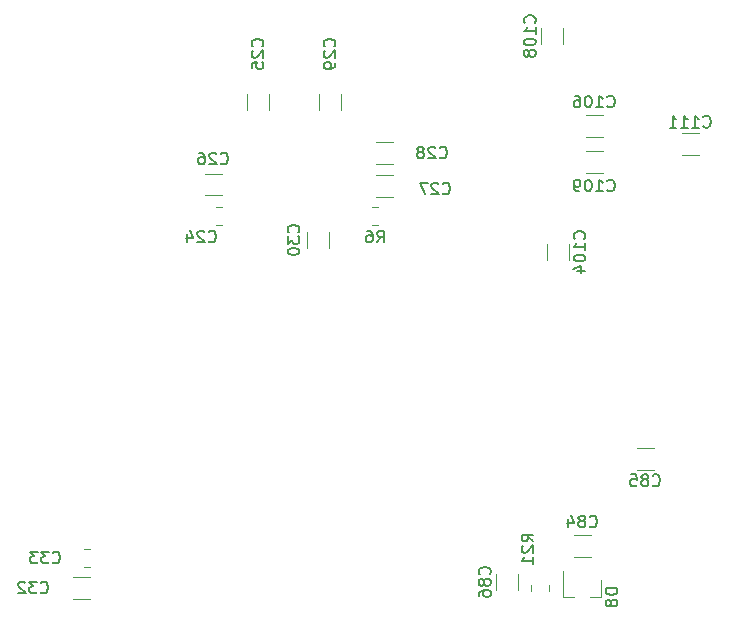
<source format=gbr>
%TF.GenerationSoftware,KiCad,Pcbnew,(5.1.8)-1*%
%TF.CreationDate,2020-12-04T16:08:35+03:00*%
%TF.ProjectId,SDR,5344522e-6b69-4636-9164-5f7063625858,rev?*%
%TF.SameCoordinates,Original*%
%TF.FileFunction,Legend,Bot*%
%TF.FilePolarity,Positive*%
%FSLAX46Y46*%
G04 Gerber Fmt 4.6, Leading zero omitted, Abs format (unit mm)*
G04 Created by KiCad (PCBNEW (5.1.8)-1) date 2020-12-04 16:08:35*
%MOMM*%
%LPD*%
G01*
G04 APERTURE LIST*
%ADD10C,0.120000*%
%ADD11C,0.150000*%
G04 APERTURE END LIST*
D10*
%TO.C,C27*%
X104952748Y-130916000D02*
X106375252Y-130916000D01*
X104952748Y-132736000D02*
X106375252Y-132736000D01*
%TO.C,R21*%
X119607000Y-166089064D02*
X119607000Y-165634936D01*
X118137000Y-166089064D02*
X118137000Y-165634936D01*
%TO.C,R6*%
X105129064Y-133631000D02*
X104674936Y-133631000D01*
X105129064Y-135101000D02*
X104674936Y-135101000D01*
%TO.C,D8*%
X124008000Y-166622000D02*
X123078000Y-166622000D01*
X120848000Y-166622000D02*
X121778000Y-166622000D01*
X120848000Y-166622000D02*
X120848000Y-164462000D01*
X124008000Y-166622000D02*
X124008000Y-165162000D01*
%TO.C,C86*%
X115168000Y-164642748D02*
X115168000Y-166065252D01*
X116988000Y-164642748D02*
X116988000Y-166065252D01*
%TO.C,C85*%
X127050748Y-155850000D02*
X128473252Y-155850000D01*
X127050748Y-154030000D02*
X128473252Y-154030000D01*
%TO.C,C84*%
X121716748Y-163216000D02*
X123139252Y-163216000D01*
X121716748Y-161396000D02*
X123139252Y-161396000D01*
%TO.C,C111*%
X132283252Y-127360000D02*
X130860748Y-127360000D01*
X132283252Y-129180000D02*
X130860748Y-129180000D01*
%TO.C,C109*%
X122732748Y-130704000D02*
X124155252Y-130704000D01*
X122732748Y-128884000D02*
X124155252Y-128884000D01*
%TO.C,C108*%
X118978000Y-118414748D02*
X118978000Y-119837252D01*
X120798000Y-118414748D02*
X120798000Y-119837252D01*
%TO.C,C106*%
X122732748Y-127656000D02*
X124155252Y-127656000D01*
X122732748Y-125836000D02*
X124155252Y-125836000D01*
%TO.C,C104*%
X121306000Y-138125252D02*
X121306000Y-136702748D01*
X119486000Y-138125252D02*
X119486000Y-136702748D01*
%TO.C,C33*%
X80256748Y-164057000D02*
X80779252Y-164057000D01*
X80256748Y-162587000D02*
X80779252Y-162587000D01*
%TO.C,C32*%
X79298748Y-166772000D02*
X80721252Y-166772000D01*
X79298748Y-164952000D02*
X80721252Y-164952000D01*
%TO.C,C30*%
X99166000Y-135686748D02*
X99166000Y-137109252D01*
X100986000Y-135686748D02*
X100986000Y-137109252D01*
%TO.C,C29*%
X102002000Y-125425252D02*
X102002000Y-124002748D01*
X100182000Y-125425252D02*
X100182000Y-124002748D01*
%TO.C,C28*%
X104952748Y-129942000D02*
X106375252Y-129942000D01*
X104952748Y-128122000D02*
X106375252Y-128122000D01*
%TO.C,C26*%
X91897252Y-130789000D02*
X90474748Y-130789000D01*
X91897252Y-132609000D02*
X90474748Y-132609000D01*
%TO.C,C25*%
X95906000Y-125425252D02*
X95906000Y-124002748D01*
X94086000Y-125425252D02*
X94086000Y-124002748D01*
%TO.C,C24*%
X91432748Y-135101000D02*
X91955252Y-135101000D01*
X91432748Y-133631000D02*
X91955252Y-133631000D01*
%TO.C,C27*%
D11*
X110624857Y-132437142D02*
X110672476Y-132484761D01*
X110815333Y-132532380D01*
X110910571Y-132532380D01*
X111053428Y-132484761D01*
X111148666Y-132389523D01*
X111196285Y-132294285D01*
X111243904Y-132103809D01*
X111243904Y-131960952D01*
X111196285Y-131770476D01*
X111148666Y-131675238D01*
X111053428Y-131580000D01*
X110910571Y-131532380D01*
X110815333Y-131532380D01*
X110672476Y-131580000D01*
X110624857Y-131627619D01*
X110243904Y-131627619D02*
X110196285Y-131580000D01*
X110101047Y-131532380D01*
X109862952Y-131532380D01*
X109767714Y-131580000D01*
X109720095Y-131627619D01*
X109672476Y-131722857D01*
X109672476Y-131818095D01*
X109720095Y-131960952D01*
X110291523Y-132532380D01*
X109672476Y-132532380D01*
X109339142Y-131532380D02*
X108672476Y-131532380D01*
X109101047Y-132532380D01*
%TO.C,R21*%
X118308380Y-161917142D02*
X117832190Y-161583809D01*
X118308380Y-161345714D02*
X117308380Y-161345714D01*
X117308380Y-161726666D01*
X117356000Y-161821904D01*
X117403619Y-161869523D01*
X117498857Y-161917142D01*
X117641714Y-161917142D01*
X117736952Y-161869523D01*
X117784571Y-161821904D01*
X117832190Y-161726666D01*
X117832190Y-161345714D01*
X117403619Y-162298095D02*
X117356000Y-162345714D01*
X117308380Y-162440952D01*
X117308380Y-162679047D01*
X117356000Y-162774285D01*
X117403619Y-162821904D01*
X117498857Y-162869523D01*
X117594095Y-162869523D01*
X117736952Y-162821904D01*
X118308380Y-162250476D01*
X118308380Y-162869523D01*
X118308380Y-163821904D02*
X118308380Y-163250476D01*
X118308380Y-163536190D02*
X117308380Y-163536190D01*
X117451238Y-163440952D01*
X117546476Y-163345714D01*
X117594095Y-163250476D01*
%TO.C,R6*%
X105068666Y-136596380D02*
X105402000Y-136120190D01*
X105640095Y-136596380D02*
X105640095Y-135596380D01*
X105259142Y-135596380D01*
X105163904Y-135644000D01*
X105116285Y-135691619D01*
X105068666Y-135786857D01*
X105068666Y-135929714D01*
X105116285Y-136024952D01*
X105163904Y-136072571D01*
X105259142Y-136120190D01*
X105640095Y-136120190D01*
X104211523Y-135596380D02*
X104402000Y-135596380D01*
X104497238Y-135644000D01*
X104544857Y-135691619D01*
X104640095Y-135834476D01*
X104687714Y-136024952D01*
X104687714Y-136405904D01*
X104640095Y-136501142D01*
X104592476Y-136548761D01*
X104497238Y-136596380D01*
X104306761Y-136596380D01*
X104211523Y-136548761D01*
X104163904Y-136501142D01*
X104116285Y-136405904D01*
X104116285Y-136167809D01*
X104163904Y-136072571D01*
X104211523Y-136024952D01*
X104306761Y-135977333D01*
X104497238Y-135977333D01*
X104592476Y-136024952D01*
X104640095Y-136072571D01*
X104687714Y-136167809D01*
%TO.C,D8*%
X125420380Y-165885904D02*
X124420380Y-165885904D01*
X124420380Y-166124000D01*
X124468000Y-166266857D01*
X124563238Y-166362095D01*
X124658476Y-166409714D01*
X124848952Y-166457333D01*
X124991809Y-166457333D01*
X125182285Y-166409714D01*
X125277523Y-166362095D01*
X125372761Y-166266857D01*
X125420380Y-166124000D01*
X125420380Y-165885904D01*
X124848952Y-167028761D02*
X124801333Y-166933523D01*
X124753714Y-166885904D01*
X124658476Y-166838285D01*
X124610857Y-166838285D01*
X124515619Y-166885904D01*
X124468000Y-166933523D01*
X124420380Y-167028761D01*
X124420380Y-167219238D01*
X124468000Y-167314476D01*
X124515619Y-167362095D01*
X124610857Y-167409714D01*
X124658476Y-167409714D01*
X124753714Y-167362095D01*
X124801333Y-167314476D01*
X124848952Y-167219238D01*
X124848952Y-167028761D01*
X124896571Y-166933523D01*
X124944190Y-166885904D01*
X125039428Y-166838285D01*
X125229904Y-166838285D01*
X125325142Y-166885904D01*
X125372761Y-166933523D01*
X125420380Y-167028761D01*
X125420380Y-167219238D01*
X125372761Y-167314476D01*
X125325142Y-167362095D01*
X125229904Y-167409714D01*
X125039428Y-167409714D01*
X124944190Y-167362095D01*
X124896571Y-167314476D01*
X124848952Y-167219238D01*
%TO.C,C86*%
X114585142Y-164711142D02*
X114632761Y-164663523D01*
X114680380Y-164520666D01*
X114680380Y-164425428D01*
X114632761Y-164282571D01*
X114537523Y-164187333D01*
X114442285Y-164139714D01*
X114251809Y-164092095D01*
X114108952Y-164092095D01*
X113918476Y-164139714D01*
X113823238Y-164187333D01*
X113728000Y-164282571D01*
X113680380Y-164425428D01*
X113680380Y-164520666D01*
X113728000Y-164663523D01*
X113775619Y-164711142D01*
X114108952Y-165282571D02*
X114061333Y-165187333D01*
X114013714Y-165139714D01*
X113918476Y-165092095D01*
X113870857Y-165092095D01*
X113775619Y-165139714D01*
X113728000Y-165187333D01*
X113680380Y-165282571D01*
X113680380Y-165473047D01*
X113728000Y-165568285D01*
X113775619Y-165615904D01*
X113870857Y-165663523D01*
X113918476Y-165663523D01*
X114013714Y-165615904D01*
X114061333Y-165568285D01*
X114108952Y-165473047D01*
X114108952Y-165282571D01*
X114156571Y-165187333D01*
X114204190Y-165139714D01*
X114299428Y-165092095D01*
X114489904Y-165092095D01*
X114585142Y-165139714D01*
X114632761Y-165187333D01*
X114680380Y-165282571D01*
X114680380Y-165473047D01*
X114632761Y-165568285D01*
X114585142Y-165615904D01*
X114489904Y-165663523D01*
X114299428Y-165663523D01*
X114204190Y-165615904D01*
X114156571Y-165568285D01*
X114108952Y-165473047D01*
X113680380Y-166520666D02*
X113680380Y-166330190D01*
X113728000Y-166234952D01*
X113775619Y-166187333D01*
X113918476Y-166092095D01*
X114108952Y-166044476D01*
X114489904Y-166044476D01*
X114585142Y-166092095D01*
X114632761Y-166139714D01*
X114680380Y-166234952D01*
X114680380Y-166425428D01*
X114632761Y-166520666D01*
X114585142Y-166568285D01*
X114489904Y-166615904D01*
X114251809Y-166615904D01*
X114156571Y-166568285D01*
X114108952Y-166520666D01*
X114061333Y-166425428D01*
X114061333Y-166234952D01*
X114108952Y-166139714D01*
X114156571Y-166092095D01*
X114251809Y-166044476D01*
%TO.C,C85*%
X128404857Y-157147142D02*
X128452476Y-157194761D01*
X128595333Y-157242380D01*
X128690571Y-157242380D01*
X128833428Y-157194761D01*
X128928666Y-157099523D01*
X128976285Y-157004285D01*
X129023904Y-156813809D01*
X129023904Y-156670952D01*
X128976285Y-156480476D01*
X128928666Y-156385238D01*
X128833428Y-156290000D01*
X128690571Y-156242380D01*
X128595333Y-156242380D01*
X128452476Y-156290000D01*
X128404857Y-156337619D01*
X127833428Y-156670952D02*
X127928666Y-156623333D01*
X127976285Y-156575714D01*
X128023904Y-156480476D01*
X128023904Y-156432857D01*
X127976285Y-156337619D01*
X127928666Y-156290000D01*
X127833428Y-156242380D01*
X127642952Y-156242380D01*
X127547714Y-156290000D01*
X127500095Y-156337619D01*
X127452476Y-156432857D01*
X127452476Y-156480476D01*
X127500095Y-156575714D01*
X127547714Y-156623333D01*
X127642952Y-156670952D01*
X127833428Y-156670952D01*
X127928666Y-156718571D01*
X127976285Y-156766190D01*
X128023904Y-156861428D01*
X128023904Y-157051904D01*
X127976285Y-157147142D01*
X127928666Y-157194761D01*
X127833428Y-157242380D01*
X127642952Y-157242380D01*
X127547714Y-157194761D01*
X127500095Y-157147142D01*
X127452476Y-157051904D01*
X127452476Y-156861428D01*
X127500095Y-156766190D01*
X127547714Y-156718571D01*
X127642952Y-156670952D01*
X126547714Y-156242380D02*
X127023904Y-156242380D01*
X127071523Y-156718571D01*
X127023904Y-156670952D01*
X126928666Y-156623333D01*
X126690571Y-156623333D01*
X126595333Y-156670952D01*
X126547714Y-156718571D01*
X126500095Y-156813809D01*
X126500095Y-157051904D01*
X126547714Y-157147142D01*
X126595333Y-157194761D01*
X126690571Y-157242380D01*
X126928666Y-157242380D01*
X127023904Y-157194761D01*
X127071523Y-157147142D01*
%TO.C,C84*%
X123070857Y-160631142D02*
X123118476Y-160678761D01*
X123261333Y-160726380D01*
X123356571Y-160726380D01*
X123499428Y-160678761D01*
X123594666Y-160583523D01*
X123642285Y-160488285D01*
X123689904Y-160297809D01*
X123689904Y-160154952D01*
X123642285Y-159964476D01*
X123594666Y-159869238D01*
X123499428Y-159774000D01*
X123356571Y-159726380D01*
X123261333Y-159726380D01*
X123118476Y-159774000D01*
X123070857Y-159821619D01*
X122499428Y-160154952D02*
X122594666Y-160107333D01*
X122642285Y-160059714D01*
X122689904Y-159964476D01*
X122689904Y-159916857D01*
X122642285Y-159821619D01*
X122594666Y-159774000D01*
X122499428Y-159726380D01*
X122308952Y-159726380D01*
X122213714Y-159774000D01*
X122166095Y-159821619D01*
X122118476Y-159916857D01*
X122118476Y-159964476D01*
X122166095Y-160059714D01*
X122213714Y-160107333D01*
X122308952Y-160154952D01*
X122499428Y-160154952D01*
X122594666Y-160202571D01*
X122642285Y-160250190D01*
X122689904Y-160345428D01*
X122689904Y-160535904D01*
X122642285Y-160631142D01*
X122594666Y-160678761D01*
X122499428Y-160726380D01*
X122308952Y-160726380D01*
X122213714Y-160678761D01*
X122166095Y-160631142D01*
X122118476Y-160535904D01*
X122118476Y-160345428D01*
X122166095Y-160250190D01*
X122213714Y-160202571D01*
X122308952Y-160154952D01*
X121261333Y-160059714D02*
X121261333Y-160726380D01*
X121499428Y-159678761D02*
X121737523Y-160393047D01*
X121118476Y-160393047D01*
%TO.C,C111*%
X132691047Y-126777142D02*
X132738666Y-126824761D01*
X132881523Y-126872380D01*
X132976761Y-126872380D01*
X133119619Y-126824761D01*
X133214857Y-126729523D01*
X133262476Y-126634285D01*
X133310095Y-126443809D01*
X133310095Y-126300952D01*
X133262476Y-126110476D01*
X133214857Y-126015238D01*
X133119619Y-125920000D01*
X132976761Y-125872380D01*
X132881523Y-125872380D01*
X132738666Y-125920000D01*
X132691047Y-125967619D01*
X131738666Y-126872380D02*
X132310095Y-126872380D01*
X132024380Y-126872380D02*
X132024380Y-125872380D01*
X132119619Y-126015238D01*
X132214857Y-126110476D01*
X132310095Y-126158095D01*
X130786285Y-126872380D02*
X131357714Y-126872380D01*
X131072000Y-126872380D02*
X131072000Y-125872380D01*
X131167238Y-126015238D01*
X131262476Y-126110476D01*
X131357714Y-126158095D01*
X129833904Y-126872380D02*
X130405333Y-126872380D01*
X130119619Y-126872380D02*
X130119619Y-125872380D01*
X130214857Y-126015238D01*
X130310095Y-126110476D01*
X130405333Y-126158095D01*
%TO.C,C109*%
X124563047Y-132183142D02*
X124610666Y-132230761D01*
X124753523Y-132278380D01*
X124848761Y-132278380D01*
X124991619Y-132230761D01*
X125086857Y-132135523D01*
X125134476Y-132040285D01*
X125182095Y-131849809D01*
X125182095Y-131706952D01*
X125134476Y-131516476D01*
X125086857Y-131421238D01*
X124991619Y-131326000D01*
X124848761Y-131278380D01*
X124753523Y-131278380D01*
X124610666Y-131326000D01*
X124563047Y-131373619D01*
X123610666Y-132278380D02*
X124182095Y-132278380D01*
X123896380Y-132278380D02*
X123896380Y-131278380D01*
X123991619Y-131421238D01*
X124086857Y-131516476D01*
X124182095Y-131564095D01*
X122991619Y-131278380D02*
X122896380Y-131278380D01*
X122801142Y-131326000D01*
X122753523Y-131373619D01*
X122705904Y-131468857D01*
X122658285Y-131659333D01*
X122658285Y-131897428D01*
X122705904Y-132087904D01*
X122753523Y-132183142D01*
X122801142Y-132230761D01*
X122896380Y-132278380D01*
X122991619Y-132278380D01*
X123086857Y-132230761D01*
X123134476Y-132183142D01*
X123182095Y-132087904D01*
X123229714Y-131897428D01*
X123229714Y-131659333D01*
X123182095Y-131468857D01*
X123134476Y-131373619D01*
X123086857Y-131326000D01*
X122991619Y-131278380D01*
X122182095Y-132278380D02*
X121991619Y-132278380D01*
X121896380Y-132230761D01*
X121848761Y-132183142D01*
X121753523Y-132040285D01*
X121705904Y-131849809D01*
X121705904Y-131468857D01*
X121753523Y-131373619D01*
X121801142Y-131326000D01*
X121896380Y-131278380D01*
X122086857Y-131278380D01*
X122182095Y-131326000D01*
X122229714Y-131373619D01*
X122277333Y-131468857D01*
X122277333Y-131706952D01*
X122229714Y-131802190D01*
X122182095Y-131849809D01*
X122086857Y-131897428D01*
X121896380Y-131897428D01*
X121801142Y-131849809D01*
X121753523Y-131802190D01*
X121705904Y-131706952D01*
%TO.C,C108*%
X118395142Y-118006952D02*
X118442761Y-117959333D01*
X118490380Y-117816476D01*
X118490380Y-117721238D01*
X118442761Y-117578380D01*
X118347523Y-117483142D01*
X118252285Y-117435523D01*
X118061809Y-117387904D01*
X117918952Y-117387904D01*
X117728476Y-117435523D01*
X117633238Y-117483142D01*
X117538000Y-117578380D01*
X117490380Y-117721238D01*
X117490380Y-117816476D01*
X117538000Y-117959333D01*
X117585619Y-118006952D01*
X118490380Y-118959333D02*
X118490380Y-118387904D01*
X118490380Y-118673619D02*
X117490380Y-118673619D01*
X117633238Y-118578380D01*
X117728476Y-118483142D01*
X117776095Y-118387904D01*
X117490380Y-119578380D02*
X117490380Y-119673619D01*
X117538000Y-119768857D01*
X117585619Y-119816476D01*
X117680857Y-119864095D01*
X117871333Y-119911714D01*
X118109428Y-119911714D01*
X118299904Y-119864095D01*
X118395142Y-119816476D01*
X118442761Y-119768857D01*
X118490380Y-119673619D01*
X118490380Y-119578380D01*
X118442761Y-119483142D01*
X118395142Y-119435523D01*
X118299904Y-119387904D01*
X118109428Y-119340285D01*
X117871333Y-119340285D01*
X117680857Y-119387904D01*
X117585619Y-119435523D01*
X117538000Y-119483142D01*
X117490380Y-119578380D01*
X117918952Y-120483142D02*
X117871333Y-120387904D01*
X117823714Y-120340285D01*
X117728476Y-120292666D01*
X117680857Y-120292666D01*
X117585619Y-120340285D01*
X117538000Y-120387904D01*
X117490380Y-120483142D01*
X117490380Y-120673619D01*
X117538000Y-120768857D01*
X117585619Y-120816476D01*
X117680857Y-120864095D01*
X117728476Y-120864095D01*
X117823714Y-120816476D01*
X117871333Y-120768857D01*
X117918952Y-120673619D01*
X117918952Y-120483142D01*
X117966571Y-120387904D01*
X118014190Y-120340285D01*
X118109428Y-120292666D01*
X118299904Y-120292666D01*
X118395142Y-120340285D01*
X118442761Y-120387904D01*
X118490380Y-120483142D01*
X118490380Y-120673619D01*
X118442761Y-120768857D01*
X118395142Y-120816476D01*
X118299904Y-120864095D01*
X118109428Y-120864095D01*
X118014190Y-120816476D01*
X117966571Y-120768857D01*
X117918952Y-120673619D01*
%TO.C,C106*%
X124563047Y-125071142D02*
X124610666Y-125118761D01*
X124753523Y-125166380D01*
X124848761Y-125166380D01*
X124991619Y-125118761D01*
X125086857Y-125023523D01*
X125134476Y-124928285D01*
X125182095Y-124737809D01*
X125182095Y-124594952D01*
X125134476Y-124404476D01*
X125086857Y-124309238D01*
X124991619Y-124214000D01*
X124848761Y-124166380D01*
X124753523Y-124166380D01*
X124610666Y-124214000D01*
X124563047Y-124261619D01*
X123610666Y-125166380D02*
X124182095Y-125166380D01*
X123896380Y-125166380D02*
X123896380Y-124166380D01*
X123991619Y-124309238D01*
X124086857Y-124404476D01*
X124182095Y-124452095D01*
X122991619Y-124166380D02*
X122896380Y-124166380D01*
X122801142Y-124214000D01*
X122753523Y-124261619D01*
X122705904Y-124356857D01*
X122658285Y-124547333D01*
X122658285Y-124785428D01*
X122705904Y-124975904D01*
X122753523Y-125071142D01*
X122801142Y-125118761D01*
X122896380Y-125166380D01*
X122991619Y-125166380D01*
X123086857Y-125118761D01*
X123134476Y-125071142D01*
X123182095Y-124975904D01*
X123229714Y-124785428D01*
X123229714Y-124547333D01*
X123182095Y-124356857D01*
X123134476Y-124261619D01*
X123086857Y-124214000D01*
X122991619Y-124166380D01*
X121801142Y-124166380D02*
X121991619Y-124166380D01*
X122086857Y-124214000D01*
X122134476Y-124261619D01*
X122229714Y-124404476D01*
X122277333Y-124594952D01*
X122277333Y-124975904D01*
X122229714Y-125071142D01*
X122182095Y-125118761D01*
X122086857Y-125166380D01*
X121896380Y-125166380D01*
X121801142Y-125118761D01*
X121753523Y-125071142D01*
X121705904Y-124975904D01*
X121705904Y-124737809D01*
X121753523Y-124642571D01*
X121801142Y-124594952D01*
X121896380Y-124547333D01*
X122086857Y-124547333D01*
X122182095Y-124594952D01*
X122229714Y-124642571D01*
X122277333Y-124737809D01*
%TO.C,C104*%
X122603142Y-136294952D02*
X122650761Y-136247333D01*
X122698380Y-136104476D01*
X122698380Y-136009238D01*
X122650761Y-135866380D01*
X122555523Y-135771142D01*
X122460285Y-135723523D01*
X122269809Y-135675904D01*
X122126952Y-135675904D01*
X121936476Y-135723523D01*
X121841238Y-135771142D01*
X121746000Y-135866380D01*
X121698380Y-136009238D01*
X121698380Y-136104476D01*
X121746000Y-136247333D01*
X121793619Y-136294952D01*
X122698380Y-137247333D02*
X122698380Y-136675904D01*
X122698380Y-136961619D02*
X121698380Y-136961619D01*
X121841238Y-136866380D01*
X121936476Y-136771142D01*
X121984095Y-136675904D01*
X121698380Y-137866380D02*
X121698380Y-137961619D01*
X121746000Y-138056857D01*
X121793619Y-138104476D01*
X121888857Y-138152095D01*
X122079333Y-138199714D01*
X122317428Y-138199714D01*
X122507904Y-138152095D01*
X122603142Y-138104476D01*
X122650761Y-138056857D01*
X122698380Y-137961619D01*
X122698380Y-137866380D01*
X122650761Y-137771142D01*
X122603142Y-137723523D01*
X122507904Y-137675904D01*
X122317428Y-137628285D01*
X122079333Y-137628285D01*
X121888857Y-137675904D01*
X121793619Y-137723523D01*
X121746000Y-137771142D01*
X121698380Y-137866380D01*
X122031714Y-139056857D02*
X122698380Y-139056857D01*
X121650761Y-138818761D02*
X122365047Y-138580666D01*
X122365047Y-139199714D01*
%TO.C,C33*%
X77604857Y-163679142D02*
X77652476Y-163726761D01*
X77795333Y-163774380D01*
X77890571Y-163774380D01*
X78033428Y-163726761D01*
X78128666Y-163631523D01*
X78176285Y-163536285D01*
X78223904Y-163345809D01*
X78223904Y-163202952D01*
X78176285Y-163012476D01*
X78128666Y-162917238D01*
X78033428Y-162822000D01*
X77890571Y-162774380D01*
X77795333Y-162774380D01*
X77652476Y-162822000D01*
X77604857Y-162869619D01*
X77271523Y-162774380D02*
X76652476Y-162774380D01*
X76985809Y-163155333D01*
X76842952Y-163155333D01*
X76747714Y-163202952D01*
X76700095Y-163250571D01*
X76652476Y-163345809D01*
X76652476Y-163583904D01*
X76700095Y-163679142D01*
X76747714Y-163726761D01*
X76842952Y-163774380D01*
X77128666Y-163774380D01*
X77223904Y-163726761D01*
X77271523Y-163679142D01*
X76319142Y-162774380D02*
X75700095Y-162774380D01*
X76033428Y-163155333D01*
X75890571Y-163155333D01*
X75795333Y-163202952D01*
X75747714Y-163250571D01*
X75700095Y-163345809D01*
X75700095Y-163583904D01*
X75747714Y-163679142D01*
X75795333Y-163726761D01*
X75890571Y-163774380D01*
X76176285Y-163774380D01*
X76271523Y-163726761D01*
X76319142Y-163679142D01*
%TO.C,C32*%
X76588857Y-166219142D02*
X76636476Y-166266761D01*
X76779333Y-166314380D01*
X76874571Y-166314380D01*
X77017428Y-166266761D01*
X77112666Y-166171523D01*
X77160285Y-166076285D01*
X77207904Y-165885809D01*
X77207904Y-165742952D01*
X77160285Y-165552476D01*
X77112666Y-165457238D01*
X77017428Y-165362000D01*
X76874571Y-165314380D01*
X76779333Y-165314380D01*
X76636476Y-165362000D01*
X76588857Y-165409619D01*
X76255523Y-165314380D02*
X75636476Y-165314380D01*
X75969809Y-165695333D01*
X75826952Y-165695333D01*
X75731714Y-165742952D01*
X75684095Y-165790571D01*
X75636476Y-165885809D01*
X75636476Y-166123904D01*
X75684095Y-166219142D01*
X75731714Y-166266761D01*
X75826952Y-166314380D01*
X76112666Y-166314380D01*
X76207904Y-166266761D01*
X76255523Y-166219142D01*
X75255523Y-165409619D02*
X75207904Y-165362000D01*
X75112666Y-165314380D01*
X74874571Y-165314380D01*
X74779333Y-165362000D01*
X74731714Y-165409619D01*
X74684095Y-165504857D01*
X74684095Y-165600095D01*
X74731714Y-165742952D01*
X75303142Y-166314380D01*
X74684095Y-166314380D01*
%TO.C,C30*%
X98401142Y-135755142D02*
X98448761Y-135707523D01*
X98496380Y-135564666D01*
X98496380Y-135469428D01*
X98448761Y-135326571D01*
X98353523Y-135231333D01*
X98258285Y-135183714D01*
X98067809Y-135136095D01*
X97924952Y-135136095D01*
X97734476Y-135183714D01*
X97639238Y-135231333D01*
X97544000Y-135326571D01*
X97496380Y-135469428D01*
X97496380Y-135564666D01*
X97544000Y-135707523D01*
X97591619Y-135755142D01*
X97496380Y-136088476D02*
X97496380Y-136707523D01*
X97877333Y-136374190D01*
X97877333Y-136517047D01*
X97924952Y-136612285D01*
X97972571Y-136659904D01*
X98067809Y-136707523D01*
X98305904Y-136707523D01*
X98401142Y-136659904D01*
X98448761Y-136612285D01*
X98496380Y-136517047D01*
X98496380Y-136231333D01*
X98448761Y-136136095D01*
X98401142Y-136088476D01*
X97496380Y-137326571D02*
X97496380Y-137421809D01*
X97544000Y-137517047D01*
X97591619Y-137564666D01*
X97686857Y-137612285D01*
X97877333Y-137659904D01*
X98115428Y-137659904D01*
X98305904Y-137612285D01*
X98401142Y-137564666D01*
X98448761Y-137517047D01*
X98496380Y-137421809D01*
X98496380Y-137326571D01*
X98448761Y-137231333D01*
X98401142Y-137183714D01*
X98305904Y-137136095D01*
X98115428Y-137088476D01*
X97877333Y-137088476D01*
X97686857Y-137136095D01*
X97591619Y-137183714D01*
X97544000Y-137231333D01*
X97496380Y-137326571D01*
%TO.C,C29*%
X101449142Y-120007142D02*
X101496761Y-119959523D01*
X101544380Y-119816666D01*
X101544380Y-119721428D01*
X101496761Y-119578571D01*
X101401523Y-119483333D01*
X101306285Y-119435714D01*
X101115809Y-119388095D01*
X100972952Y-119388095D01*
X100782476Y-119435714D01*
X100687238Y-119483333D01*
X100592000Y-119578571D01*
X100544380Y-119721428D01*
X100544380Y-119816666D01*
X100592000Y-119959523D01*
X100639619Y-120007142D01*
X100639619Y-120388095D02*
X100592000Y-120435714D01*
X100544380Y-120530952D01*
X100544380Y-120769047D01*
X100592000Y-120864285D01*
X100639619Y-120911904D01*
X100734857Y-120959523D01*
X100830095Y-120959523D01*
X100972952Y-120911904D01*
X101544380Y-120340476D01*
X101544380Y-120959523D01*
X101544380Y-121435714D02*
X101544380Y-121626190D01*
X101496761Y-121721428D01*
X101449142Y-121769047D01*
X101306285Y-121864285D01*
X101115809Y-121911904D01*
X100734857Y-121911904D01*
X100639619Y-121864285D01*
X100592000Y-121816666D01*
X100544380Y-121721428D01*
X100544380Y-121530952D01*
X100592000Y-121435714D01*
X100639619Y-121388095D01*
X100734857Y-121340476D01*
X100972952Y-121340476D01*
X101068190Y-121388095D01*
X101115809Y-121435714D01*
X101163428Y-121530952D01*
X101163428Y-121721428D01*
X101115809Y-121816666D01*
X101068190Y-121864285D01*
X100972952Y-121911904D01*
%TO.C,C28*%
X110370857Y-129389142D02*
X110418476Y-129436761D01*
X110561333Y-129484380D01*
X110656571Y-129484380D01*
X110799428Y-129436761D01*
X110894666Y-129341523D01*
X110942285Y-129246285D01*
X110989904Y-129055809D01*
X110989904Y-128912952D01*
X110942285Y-128722476D01*
X110894666Y-128627238D01*
X110799428Y-128532000D01*
X110656571Y-128484380D01*
X110561333Y-128484380D01*
X110418476Y-128532000D01*
X110370857Y-128579619D01*
X109989904Y-128579619D02*
X109942285Y-128532000D01*
X109847047Y-128484380D01*
X109608952Y-128484380D01*
X109513714Y-128532000D01*
X109466095Y-128579619D01*
X109418476Y-128674857D01*
X109418476Y-128770095D01*
X109466095Y-128912952D01*
X110037523Y-129484380D01*
X109418476Y-129484380D01*
X108847047Y-128912952D02*
X108942285Y-128865333D01*
X108989904Y-128817714D01*
X109037523Y-128722476D01*
X109037523Y-128674857D01*
X108989904Y-128579619D01*
X108942285Y-128532000D01*
X108847047Y-128484380D01*
X108656571Y-128484380D01*
X108561333Y-128532000D01*
X108513714Y-128579619D01*
X108466095Y-128674857D01*
X108466095Y-128722476D01*
X108513714Y-128817714D01*
X108561333Y-128865333D01*
X108656571Y-128912952D01*
X108847047Y-128912952D01*
X108942285Y-128960571D01*
X108989904Y-129008190D01*
X109037523Y-129103428D01*
X109037523Y-129293904D01*
X108989904Y-129389142D01*
X108942285Y-129436761D01*
X108847047Y-129484380D01*
X108656571Y-129484380D01*
X108561333Y-129436761D01*
X108513714Y-129389142D01*
X108466095Y-129293904D01*
X108466095Y-129103428D01*
X108513714Y-129008190D01*
X108561333Y-128960571D01*
X108656571Y-128912952D01*
%TO.C,C26*%
X91828857Y-129897142D02*
X91876476Y-129944761D01*
X92019333Y-129992380D01*
X92114571Y-129992380D01*
X92257428Y-129944761D01*
X92352666Y-129849523D01*
X92400285Y-129754285D01*
X92447904Y-129563809D01*
X92447904Y-129420952D01*
X92400285Y-129230476D01*
X92352666Y-129135238D01*
X92257428Y-129040000D01*
X92114571Y-128992380D01*
X92019333Y-128992380D01*
X91876476Y-129040000D01*
X91828857Y-129087619D01*
X91447904Y-129087619D02*
X91400285Y-129040000D01*
X91305047Y-128992380D01*
X91066952Y-128992380D01*
X90971714Y-129040000D01*
X90924095Y-129087619D01*
X90876476Y-129182857D01*
X90876476Y-129278095D01*
X90924095Y-129420952D01*
X91495523Y-129992380D01*
X90876476Y-129992380D01*
X90019333Y-128992380D02*
X90209809Y-128992380D01*
X90305047Y-129040000D01*
X90352666Y-129087619D01*
X90447904Y-129230476D01*
X90495523Y-129420952D01*
X90495523Y-129801904D01*
X90447904Y-129897142D01*
X90400285Y-129944761D01*
X90305047Y-129992380D01*
X90114571Y-129992380D01*
X90019333Y-129944761D01*
X89971714Y-129897142D01*
X89924095Y-129801904D01*
X89924095Y-129563809D01*
X89971714Y-129468571D01*
X90019333Y-129420952D01*
X90114571Y-129373333D01*
X90305047Y-129373333D01*
X90400285Y-129420952D01*
X90447904Y-129468571D01*
X90495523Y-129563809D01*
%TO.C,C25*%
X95353142Y-120007142D02*
X95400761Y-119959523D01*
X95448380Y-119816666D01*
X95448380Y-119721428D01*
X95400761Y-119578571D01*
X95305523Y-119483333D01*
X95210285Y-119435714D01*
X95019809Y-119388095D01*
X94876952Y-119388095D01*
X94686476Y-119435714D01*
X94591238Y-119483333D01*
X94496000Y-119578571D01*
X94448380Y-119721428D01*
X94448380Y-119816666D01*
X94496000Y-119959523D01*
X94543619Y-120007142D01*
X94543619Y-120388095D02*
X94496000Y-120435714D01*
X94448380Y-120530952D01*
X94448380Y-120769047D01*
X94496000Y-120864285D01*
X94543619Y-120911904D01*
X94638857Y-120959523D01*
X94734095Y-120959523D01*
X94876952Y-120911904D01*
X95448380Y-120340476D01*
X95448380Y-120959523D01*
X94448380Y-121864285D02*
X94448380Y-121388095D01*
X94924571Y-121340476D01*
X94876952Y-121388095D01*
X94829333Y-121483333D01*
X94829333Y-121721428D01*
X94876952Y-121816666D01*
X94924571Y-121864285D01*
X95019809Y-121911904D01*
X95257904Y-121911904D01*
X95353142Y-121864285D01*
X95400761Y-121816666D01*
X95448380Y-121721428D01*
X95448380Y-121483333D01*
X95400761Y-121388095D01*
X95353142Y-121340476D01*
%TO.C,C24*%
X90812857Y-136501142D02*
X90860476Y-136548761D01*
X91003333Y-136596380D01*
X91098571Y-136596380D01*
X91241428Y-136548761D01*
X91336666Y-136453523D01*
X91384285Y-136358285D01*
X91431904Y-136167809D01*
X91431904Y-136024952D01*
X91384285Y-135834476D01*
X91336666Y-135739238D01*
X91241428Y-135644000D01*
X91098571Y-135596380D01*
X91003333Y-135596380D01*
X90860476Y-135644000D01*
X90812857Y-135691619D01*
X90431904Y-135691619D02*
X90384285Y-135644000D01*
X90289047Y-135596380D01*
X90050952Y-135596380D01*
X89955714Y-135644000D01*
X89908095Y-135691619D01*
X89860476Y-135786857D01*
X89860476Y-135882095D01*
X89908095Y-136024952D01*
X90479523Y-136596380D01*
X89860476Y-136596380D01*
X89003333Y-135929714D02*
X89003333Y-136596380D01*
X89241428Y-135548761D02*
X89479523Y-136263047D01*
X88860476Y-136263047D01*
%TD*%
M02*

</source>
